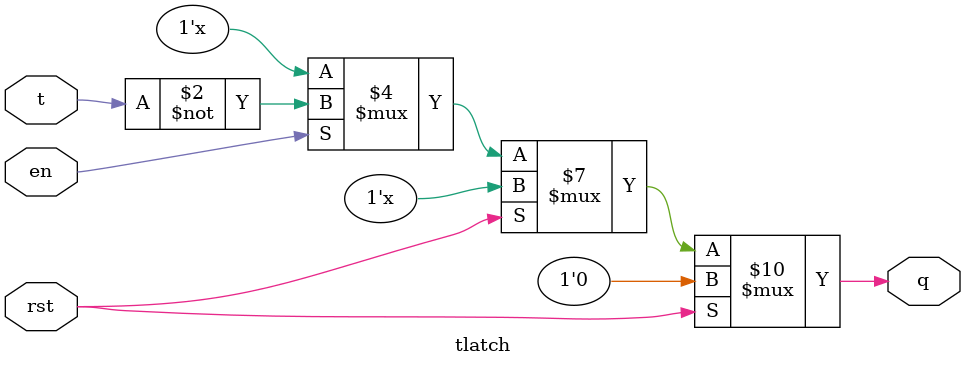
<source format=v>
module tlatch(
input  rst,en,t,
output reg q
);
always @(*) begin
if(rst)
q=0;
else if(en)
	q=~t;
end
endmodule


</source>
